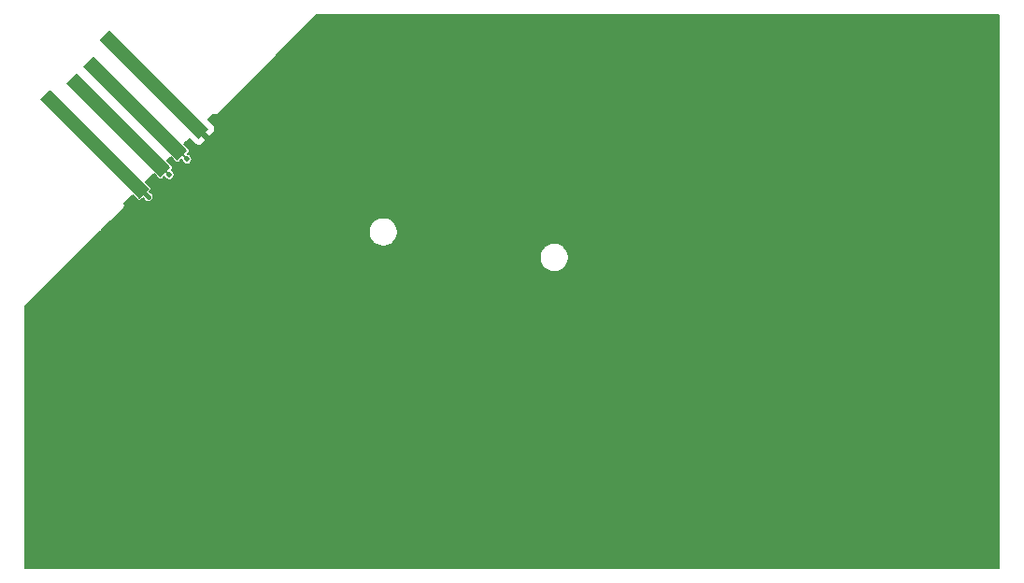
<source format=gbr>
%TF.GenerationSoftware,KiCad,Pcbnew,(5.1.8)-1*%
%TF.CreationDate,2021-04-26T00:51:06-04:00*%
%TF.ProjectId,Dogekey,446f6765-6b65-4792-9e6b-696361645f70,rev?*%
%TF.SameCoordinates,Original*%
%TF.FileFunction,Copper,L1,Top*%
%TF.FilePolarity,Positive*%
%FSLAX46Y46*%
G04 Gerber Fmt 4.6, Leading zero omitted, Abs format (unit mm)*
G04 Created by KiCad (PCBNEW (5.1.8)-1) date 2021-04-26 00:51:06*
%MOMM*%
%LPD*%
G01*
G04 APERTURE LIST*
%TA.AperFunction,SMDPad,CuDef*%
%ADD10C,0.100000*%
%TD*%
%TA.AperFunction,ViaPad*%
%ADD11C,0.500000*%
%TD*%
%TA.AperFunction,Conductor*%
%ADD12C,0.406400*%
%TD*%
%TA.AperFunction,Conductor*%
%ADD13C,0.152400*%
%TD*%
%TA.AperFunction,Conductor*%
%ADD14C,0.100000*%
%TD*%
G04 APERTURE END LIST*
%TA.AperFunction,SMDPad,CuDef*%
D10*
%TO.P,J1,3*%
%TO.N,D+*%
G36*
X32938816Y-54210197D02*
G01*
X24407573Y-45678954D01*
X25305598Y-44780929D01*
X33836841Y-53312172D01*
X32938816Y-54210197D01*
G37*
%TD.AperFunction*%
%TA.AperFunction,SMDPad,CuDef*%
%TO.P,J1,2*%
%TO.N,D-*%
G36*
X31412172Y-55736841D02*
G01*
X22880929Y-47205598D01*
X23778954Y-46307573D01*
X32310197Y-54838816D01*
X31412172Y-55736841D01*
G37*
%TD.AperFunction*%
%TA.AperFunction,SMDPad,CuDef*%
%TO.P,J1,4*%
%TO.N,GND*%
G36*
X34869570Y-52279443D02*
G01*
X25889314Y-43299187D01*
X26787340Y-42401161D01*
X35767596Y-51381417D01*
X34869570Y-52279443D01*
G37*
%TD.AperFunction*%
%TA.AperFunction,SMDPad,CuDef*%
%TO.P,J1,1*%
%TO.N,+5VP*%
G36*
X29481417Y-57667596D02*
G01*
X20501161Y-48687340D01*
X21399187Y-47789314D01*
X30379443Y-56769570D01*
X29481417Y-57667596D01*
G37*
%TD.AperFunction*%
%TD*%
D11*
%TO.N,GND*%
X35700000Y-52200000D03*
X39700000Y-65500000D03*
X40900000Y-62800000D03*
X33400000Y-61000000D03*
X30700000Y-62500000D03*
X30500000Y-65900000D03*
X27400000Y-66000000D03*
X39400000Y-56100000D03*
X40100000Y-52400000D03*
X41600000Y-52400000D03*
X51400000Y-53700000D03*
%TO.N,+5VP*%
X30300000Y-57500000D03*
%TO.N,D+*%
X33800000Y-54100000D03*
%TO.N,D-*%
X32200000Y-55500000D03*
%TD*%
D12*
%TO.N,GND*%
X30840302Y-47340302D02*
X35700000Y-52200000D01*
X30828455Y-47340302D02*
X30840302Y-47340302D01*
%TO.N,+5VP*%
X25528455Y-52728455D02*
X30300000Y-57500000D01*
X25440302Y-52728455D02*
X25528455Y-52728455D01*
D13*
%TO.N,D+*%
X29195563Y-49495563D02*
X29122207Y-49495563D01*
X33800000Y-54100000D02*
X29195563Y-49495563D01*
%TO.N,D-*%
X27722207Y-51022207D02*
X27595563Y-51022207D01*
X32200000Y-55500000D02*
X27722207Y-51022207D01*
%TD*%
%TO.N,GND*%
X107399426Y-91168300D02*
X19156610Y-91168300D01*
X19156610Y-67468610D01*
X23756070Y-62869144D01*
X65771400Y-62869144D01*
X65771400Y-63130856D01*
X65822457Y-63387538D01*
X65922610Y-63629328D01*
X66068009Y-63846933D01*
X66253067Y-64031991D01*
X66470672Y-64177390D01*
X66712462Y-64277543D01*
X66969144Y-64328600D01*
X67230856Y-64328600D01*
X67487538Y-64277543D01*
X67729328Y-64177390D01*
X67946933Y-64031991D01*
X68131991Y-63846933D01*
X68277390Y-63629328D01*
X68377543Y-63387538D01*
X68428600Y-63130856D01*
X68428600Y-62869144D01*
X68377543Y-62612462D01*
X68277390Y-62370672D01*
X68131991Y-62153067D01*
X67946933Y-61968009D01*
X67729328Y-61822610D01*
X67487538Y-61722457D01*
X67230856Y-61671400D01*
X66969144Y-61671400D01*
X66712462Y-61722457D01*
X66470672Y-61822610D01*
X66253067Y-61968009D01*
X66068009Y-62153067D01*
X65922610Y-62370672D01*
X65822457Y-62612462D01*
X65771400Y-62869144D01*
X23756070Y-62869144D01*
X26056068Y-60569144D01*
X50271400Y-60569144D01*
X50271400Y-60830856D01*
X50322457Y-61087538D01*
X50422610Y-61329328D01*
X50568009Y-61546933D01*
X50753067Y-61731991D01*
X50970672Y-61877390D01*
X51212462Y-61977543D01*
X51469144Y-62028600D01*
X51730856Y-62028600D01*
X51987538Y-61977543D01*
X52229328Y-61877390D01*
X52446933Y-61731991D01*
X52631991Y-61546933D01*
X52777390Y-61329328D01*
X52877543Y-61087538D01*
X52928600Y-60830856D01*
X52928600Y-60569144D01*
X52877543Y-60312462D01*
X52777390Y-60070672D01*
X52631991Y-59853067D01*
X52446933Y-59668009D01*
X52229328Y-59522610D01*
X51987538Y-59422457D01*
X51730856Y-59371400D01*
X51469144Y-59371400D01*
X51212462Y-59422457D01*
X50970672Y-59522610D01*
X50753067Y-59668009D01*
X50568009Y-59853067D01*
X50422610Y-60070672D01*
X50322457Y-60312462D01*
X50271400Y-60569144D01*
X26056068Y-60569144D01*
X28101201Y-58524009D01*
X28113728Y-58513728D01*
X28124009Y-58501201D01*
X28124014Y-58501196D01*
X28154793Y-58463693D01*
X28185305Y-58406608D01*
X28204094Y-58344667D01*
X28210439Y-58280250D01*
X28204094Y-58215833D01*
X28185305Y-58153892D01*
X28171101Y-58127319D01*
X28155735Y-58098570D01*
X28872629Y-57383662D01*
X29318990Y-57830023D01*
X29353799Y-57858590D01*
X29393512Y-57879817D01*
X29436604Y-57892888D01*
X29481417Y-57897302D01*
X29526230Y-57892888D01*
X29569322Y-57879817D01*
X29609035Y-57858590D01*
X29643844Y-57830023D01*
X29831605Y-57642262D01*
X29847461Y-57658118D01*
X29875870Y-57726702D01*
X29928247Y-57805090D01*
X29994910Y-57871753D01*
X30073298Y-57924130D01*
X30160397Y-57960208D01*
X30252862Y-57978600D01*
X30347138Y-57978600D01*
X30439603Y-57960208D01*
X30526702Y-57924130D01*
X30605090Y-57871753D01*
X30671753Y-57805090D01*
X30724130Y-57726702D01*
X30760208Y-57639603D01*
X30778600Y-57547138D01*
X30778600Y-57452862D01*
X30760208Y-57360397D01*
X30724130Y-57273298D01*
X30671753Y-57194910D01*
X30605090Y-57128247D01*
X30526702Y-57075870D01*
X30458118Y-57047461D01*
X30442262Y-57031605D01*
X30541870Y-56931997D01*
X30570437Y-56897188D01*
X30591664Y-56857475D01*
X30604735Y-56814383D01*
X30609149Y-56769570D01*
X30604735Y-56724757D01*
X30591664Y-56681665D01*
X30570437Y-56641952D01*
X30541870Y-56607143D01*
X30097205Y-56162478D01*
X30806062Y-55455585D01*
X31249745Y-55899268D01*
X31284554Y-55927835D01*
X31324267Y-55949062D01*
X31367359Y-55962133D01*
X31412172Y-55966547D01*
X31456985Y-55962133D01*
X31500077Y-55949062D01*
X31539790Y-55927835D01*
X31574599Y-55899268D01*
X31767462Y-55706405D01*
X31775870Y-55726702D01*
X31828247Y-55805090D01*
X31894910Y-55871753D01*
X31973298Y-55924130D01*
X32060397Y-55960208D01*
X32152862Y-55978600D01*
X32247138Y-55978600D01*
X32339603Y-55960208D01*
X32426702Y-55924130D01*
X32505090Y-55871753D01*
X32571753Y-55805090D01*
X32624130Y-55726702D01*
X32660208Y-55639603D01*
X32678600Y-55547138D01*
X32678600Y-55452862D01*
X32660208Y-55360397D01*
X32624130Y-55273298D01*
X32571753Y-55194910D01*
X32505090Y-55128247D01*
X32426702Y-55075870D01*
X32406405Y-55067462D01*
X32472624Y-55001243D01*
X32501191Y-54966434D01*
X32522418Y-54926721D01*
X32535489Y-54883629D01*
X32539903Y-54838816D01*
X32535489Y-54794003D01*
X32522418Y-54750911D01*
X32501191Y-54711198D01*
X32472624Y-54676389D01*
X32030637Y-54234402D01*
X32334823Y-53931058D01*
X32776389Y-54372624D01*
X32811198Y-54401191D01*
X32850911Y-54422418D01*
X32894003Y-54435489D01*
X32938816Y-54439903D01*
X32983629Y-54435489D01*
X33026721Y-54422418D01*
X33066434Y-54401191D01*
X33101243Y-54372624D01*
X33322284Y-54151583D01*
X33339792Y-54239603D01*
X33375870Y-54326702D01*
X33428247Y-54405090D01*
X33494910Y-54471753D01*
X33573298Y-54524130D01*
X33660397Y-54560208D01*
X33752862Y-54578600D01*
X33847138Y-54578600D01*
X33939603Y-54560208D01*
X34026702Y-54524130D01*
X34105090Y-54471753D01*
X34171753Y-54405090D01*
X34224130Y-54326702D01*
X34260208Y-54239603D01*
X34278600Y-54147138D01*
X34278600Y-54052862D01*
X34260208Y-53960397D01*
X34224130Y-53873298D01*
X34171753Y-53794910D01*
X34105090Y-53728247D01*
X34026702Y-53675870D01*
X33939603Y-53639792D01*
X33851583Y-53622284D01*
X33999268Y-53474599D01*
X34027835Y-53439790D01*
X34049062Y-53400077D01*
X34062133Y-53356985D01*
X34066547Y-53312172D01*
X34062133Y-53267359D01*
X34049062Y-53224267D01*
X34027835Y-53184554D01*
X33999268Y-53149745D01*
X33559398Y-52709875D01*
X34015447Y-52255090D01*
X34454479Y-52694534D01*
X34543436Y-52767537D01*
X34644925Y-52821785D01*
X34755047Y-52855190D01*
X34869570Y-52866470D01*
X34984093Y-52855190D01*
X35094215Y-52821785D01*
X35195705Y-52767537D01*
X35284661Y-52694534D01*
X35502678Y-52472518D01*
X35502678Y-52265972D01*
X34754645Y-51517939D01*
X35006441Y-51266841D01*
X35754125Y-52014525D01*
X35960671Y-52014525D01*
X36182687Y-51796508D01*
X36255690Y-51707552D01*
X36309938Y-51606062D01*
X36343343Y-51495940D01*
X36354623Y-51381417D01*
X36343343Y-51266894D01*
X36309938Y-51156772D01*
X36255690Y-51055283D01*
X36182687Y-50966326D01*
X35745640Y-50529689D01*
X36244706Y-50032006D01*
X36285432Y-50053774D01*
X36285434Y-50053775D01*
X36347375Y-50072564D01*
X36411791Y-50078909D01*
X36476207Y-50072564D01*
X36538149Y-50053774D01*
X36595234Y-50023262D01*
X36632737Y-49992484D01*
X36632743Y-49992478D01*
X36645269Y-49982198D01*
X36655549Y-49969672D01*
X45599770Y-41025440D01*
X107399783Y-41025440D01*
X107399426Y-91168300D01*
%TA.AperFunction,Conductor*%
D14*
G36*
X107399426Y-91168300D02*
G01*
X19156610Y-91168300D01*
X19156610Y-67468610D01*
X23756070Y-62869144D01*
X65771400Y-62869144D01*
X65771400Y-63130856D01*
X65822457Y-63387538D01*
X65922610Y-63629328D01*
X66068009Y-63846933D01*
X66253067Y-64031991D01*
X66470672Y-64177390D01*
X66712462Y-64277543D01*
X66969144Y-64328600D01*
X67230856Y-64328600D01*
X67487538Y-64277543D01*
X67729328Y-64177390D01*
X67946933Y-64031991D01*
X68131991Y-63846933D01*
X68277390Y-63629328D01*
X68377543Y-63387538D01*
X68428600Y-63130856D01*
X68428600Y-62869144D01*
X68377543Y-62612462D01*
X68277390Y-62370672D01*
X68131991Y-62153067D01*
X67946933Y-61968009D01*
X67729328Y-61822610D01*
X67487538Y-61722457D01*
X67230856Y-61671400D01*
X66969144Y-61671400D01*
X66712462Y-61722457D01*
X66470672Y-61822610D01*
X66253067Y-61968009D01*
X66068009Y-62153067D01*
X65922610Y-62370672D01*
X65822457Y-62612462D01*
X65771400Y-62869144D01*
X23756070Y-62869144D01*
X26056068Y-60569144D01*
X50271400Y-60569144D01*
X50271400Y-60830856D01*
X50322457Y-61087538D01*
X50422610Y-61329328D01*
X50568009Y-61546933D01*
X50753067Y-61731991D01*
X50970672Y-61877390D01*
X51212462Y-61977543D01*
X51469144Y-62028600D01*
X51730856Y-62028600D01*
X51987538Y-61977543D01*
X52229328Y-61877390D01*
X52446933Y-61731991D01*
X52631991Y-61546933D01*
X52777390Y-61329328D01*
X52877543Y-61087538D01*
X52928600Y-60830856D01*
X52928600Y-60569144D01*
X52877543Y-60312462D01*
X52777390Y-60070672D01*
X52631991Y-59853067D01*
X52446933Y-59668009D01*
X52229328Y-59522610D01*
X51987538Y-59422457D01*
X51730856Y-59371400D01*
X51469144Y-59371400D01*
X51212462Y-59422457D01*
X50970672Y-59522610D01*
X50753067Y-59668009D01*
X50568009Y-59853067D01*
X50422610Y-60070672D01*
X50322457Y-60312462D01*
X50271400Y-60569144D01*
X26056068Y-60569144D01*
X28101201Y-58524009D01*
X28113728Y-58513728D01*
X28124009Y-58501201D01*
X28124014Y-58501196D01*
X28154793Y-58463693D01*
X28185305Y-58406608D01*
X28204094Y-58344667D01*
X28210439Y-58280250D01*
X28204094Y-58215833D01*
X28185305Y-58153892D01*
X28171101Y-58127319D01*
X28155735Y-58098570D01*
X28872629Y-57383662D01*
X29318990Y-57830023D01*
X29353799Y-57858590D01*
X29393512Y-57879817D01*
X29436604Y-57892888D01*
X29481417Y-57897302D01*
X29526230Y-57892888D01*
X29569322Y-57879817D01*
X29609035Y-57858590D01*
X29643844Y-57830023D01*
X29831605Y-57642262D01*
X29847461Y-57658118D01*
X29875870Y-57726702D01*
X29928247Y-57805090D01*
X29994910Y-57871753D01*
X30073298Y-57924130D01*
X30160397Y-57960208D01*
X30252862Y-57978600D01*
X30347138Y-57978600D01*
X30439603Y-57960208D01*
X30526702Y-57924130D01*
X30605090Y-57871753D01*
X30671753Y-57805090D01*
X30724130Y-57726702D01*
X30760208Y-57639603D01*
X30778600Y-57547138D01*
X30778600Y-57452862D01*
X30760208Y-57360397D01*
X30724130Y-57273298D01*
X30671753Y-57194910D01*
X30605090Y-57128247D01*
X30526702Y-57075870D01*
X30458118Y-57047461D01*
X30442262Y-57031605D01*
X30541870Y-56931997D01*
X30570437Y-56897188D01*
X30591664Y-56857475D01*
X30604735Y-56814383D01*
X30609149Y-56769570D01*
X30604735Y-56724757D01*
X30591664Y-56681665D01*
X30570437Y-56641952D01*
X30541870Y-56607143D01*
X30097205Y-56162478D01*
X30806062Y-55455585D01*
X31249745Y-55899268D01*
X31284554Y-55927835D01*
X31324267Y-55949062D01*
X31367359Y-55962133D01*
X31412172Y-55966547D01*
X31456985Y-55962133D01*
X31500077Y-55949062D01*
X31539790Y-55927835D01*
X31574599Y-55899268D01*
X31767462Y-55706405D01*
X31775870Y-55726702D01*
X31828247Y-55805090D01*
X31894910Y-55871753D01*
X31973298Y-55924130D01*
X32060397Y-55960208D01*
X32152862Y-55978600D01*
X32247138Y-55978600D01*
X32339603Y-55960208D01*
X32426702Y-55924130D01*
X32505090Y-55871753D01*
X32571753Y-55805090D01*
X32624130Y-55726702D01*
X32660208Y-55639603D01*
X32678600Y-55547138D01*
X32678600Y-55452862D01*
X32660208Y-55360397D01*
X32624130Y-55273298D01*
X32571753Y-55194910D01*
X32505090Y-55128247D01*
X32426702Y-55075870D01*
X32406405Y-55067462D01*
X32472624Y-55001243D01*
X32501191Y-54966434D01*
X32522418Y-54926721D01*
X32535489Y-54883629D01*
X32539903Y-54838816D01*
X32535489Y-54794003D01*
X32522418Y-54750911D01*
X32501191Y-54711198D01*
X32472624Y-54676389D01*
X32030637Y-54234402D01*
X32334823Y-53931058D01*
X32776389Y-54372624D01*
X32811198Y-54401191D01*
X32850911Y-54422418D01*
X32894003Y-54435489D01*
X32938816Y-54439903D01*
X32983629Y-54435489D01*
X33026721Y-54422418D01*
X33066434Y-54401191D01*
X33101243Y-54372624D01*
X33322284Y-54151583D01*
X33339792Y-54239603D01*
X33375870Y-54326702D01*
X33428247Y-54405090D01*
X33494910Y-54471753D01*
X33573298Y-54524130D01*
X33660397Y-54560208D01*
X33752862Y-54578600D01*
X33847138Y-54578600D01*
X33939603Y-54560208D01*
X34026702Y-54524130D01*
X34105090Y-54471753D01*
X34171753Y-54405090D01*
X34224130Y-54326702D01*
X34260208Y-54239603D01*
X34278600Y-54147138D01*
X34278600Y-54052862D01*
X34260208Y-53960397D01*
X34224130Y-53873298D01*
X34171753Y-53794910D01*
X34105090Y-53728247D01*
X34026702Y-53675870D01*
X33939603Y-53639792D01*
X33851583Y-53622284D01*
X33999268Y-53474599D01*
X34027835Y-53439790D01*
X34049062Y-53400077D01*
X34062133Y-53356985D01*
X34066547Y-53312172D01*
X34062133Y-53267359D01*
X34049062Y-53224267D01*
X34027835Y-53184554D01*
X33999268Y-53149745D01*
X33559398Y-52709875D01*
X34015447Y-52255090D01*
X34454479Y-52694534D01*
X34543436Y-52767537D01*
X34644925Y-52821785D01*
X34755047Y-52855190D01*
X34869570Y-52866470D01*
X34984093Y-52855190D01*
X35094215Y-52821785D01*
X35195705Y-52767537D01*
X35284661Y-52694534D01*
X35502678Y-52472518D01*
X35502678Y-52265972D01*
X34754645Y-51517939D01*
X35006441Y-51266841D01*
X35754125Y-52014525D01*
X35960671Y-52014525D01*
X36182687Y-51796508D01*
X36255690Y-51707552D01*
X36309938Y-51606062D01*
X36343343Y-51495940D01*
X36354623Y-51381417D01*
X36343343Y-51266894D01*
X36309938Y-51156772D01*
X36255690Y-51055283D01*
X36182687Y-50966326D01*
X35745640Y-50529689D01*
X36244706Y-50032006D01*
X36285432Y-50053774D01*
X36285434Y-50053775D01*
X36347375Y-50072564D01*
X36411791Y-50078909D01*
X36476207Y-50072564D01*
X36538149Y-50053774D01*
X36595234Y-50023262D01*
X36632737Y-49992484D01*
X36632743Y-49992478D01*
X36645269Y-49982198D01*
X36655549Y-49969672D01*
X45599770Y-41025440D01*
X107399783Y-41025440D01*
X107399426Y-91168300D01*
G37*
%TD.AperFunction*%
%TD*%
M02*

</source>
